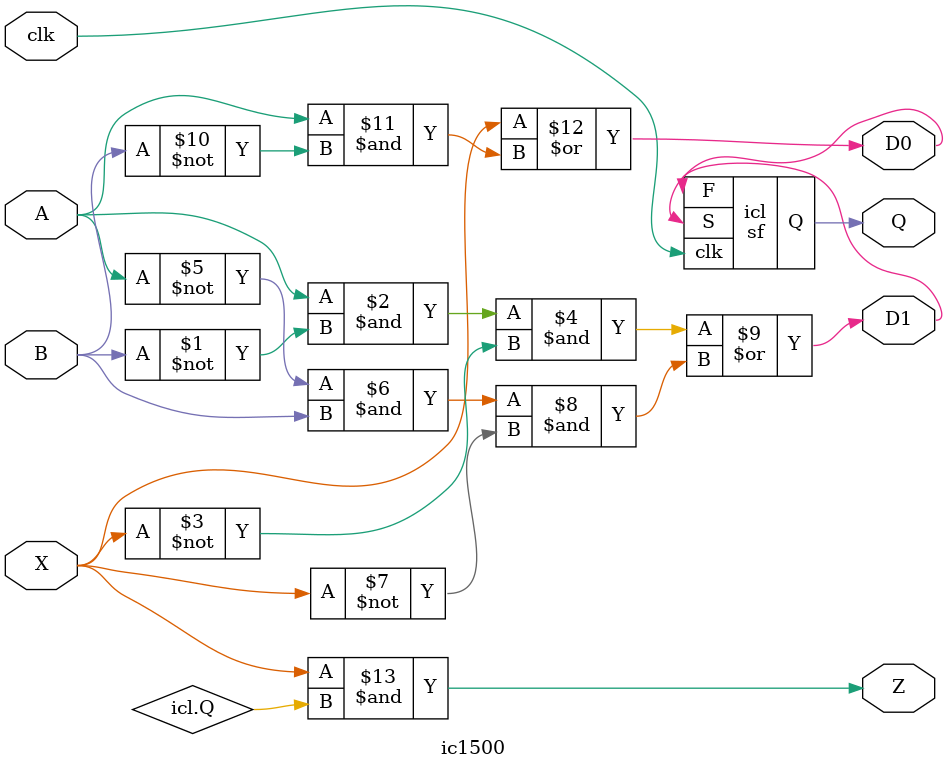
<source format=v>
`timescale 1ns / 1ps

module sf(
    input S,
    input F,
    input clk,
    output reg Q
    );
    
    initial begin
        Q = 0;
    end
	
    // write your code here
	 always@(posedge clk)
		if(S == 1 && F == 1) Q <= !Q ;
		else if(S == 0 && F == 1) Q <= 1;
		else if(S == 1 && F == 0) Q <= Q;
		else Q <= 0;
	 
	 
endmodule


module ic1500(
    input B, 
    input A, 
    input X, 
	 input clk,
	 output D0,
	 output D1,
	 output Q,
    output Z
    );
    // write your code here
	 assign D1 = ((A&(~B)&(~X)) | ((~A)&B&(~X)));
	 assign D0 = (X | (A&(~B)));
	 sf icl(.S(D1), .F(D0), .clk(clk), .Q(Q));
	 assign Z = (X & icl.Q);
	
endmodule

</source>
